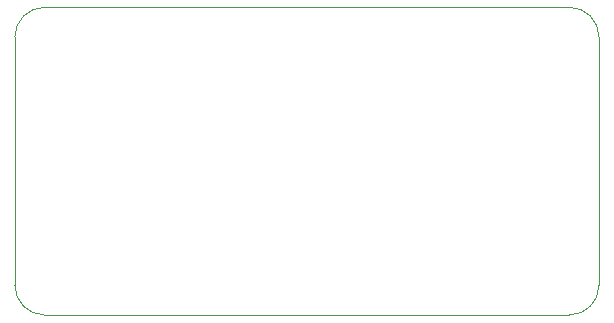
<source format=gbr>
G04 #@! TF.GenerationSoftware,KiCad,Pcbnew,8.0.4*
G04 #@! TF.CreationDate,2024-12-08T01:13:34+02:00*
G04 #@! TF.ProjectId,usb2ps2,75736232-7073-4322-9e6b-696361645f70,1.2*
G04 #@! TF.SameCoordinates,Original*
G04 #@! TF.FileFunction,Profile,NP*
%FSLAX46Y46*%
G04 Gerber Fmt 4.6, Leading zero omitted, Abs format (unit mm)*
G04 Created by KiCad (PCBNEW 8.0.4) date 2024-12-08 01:13:34*
%MOMM*%
%LPD*%
G01*
G04 APERTURE LIST*
G04 #@! TA.AperFunction,Profile*
%ADD10C,0.050000*%
G04 #@! TD*
G04 APERTURE END LIST*
D10*
X99850000Y-79500000D02*
X99850000Y-100550000D01*
X149300000Y-100550000D02*
X149300000Y-79500000D01*
X102350000Y-103050000D02*
X146800000Y-103050000D01*
X146800000Y-77000000D02*
X102350000Y-77000000D01*
X146800000Y-77000000D02*
G75*
G02*
X149300000Y-79500000I0J-2500000D01*
G01*
X102350000Y-103050000D02*
G75*
G02*
X99850000Y-100550000I0J2500000D01*
G01*
X149300000Y-100550000D02*
G75*
G02*
X146800000Y-103050000I-2500000J0D01*
G01*
X99850000Y-79500000D02*
G75*
G02*
X102350000Y-77000000I2500000J0D01*
G01*
M02*

</source>
